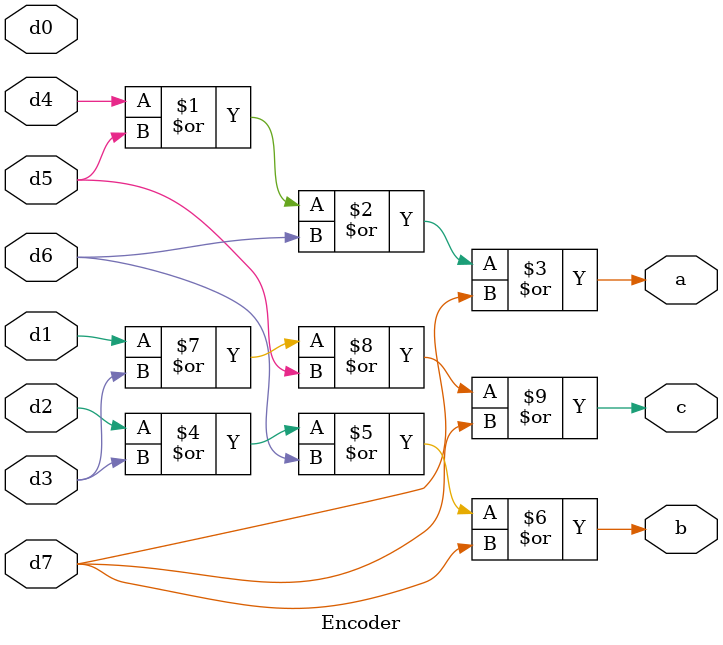
<source format=v>
module testbench;
reg d0,d1,d2,d3,d4,d5,d6,d7;
wire a,b,c;
Encoder EA1(.d0(d0),.d1(d1),.d2(d2),.d3(d3),.d4(d4),.d5(d5),.d6(d6),.d7(d7),.a(a),.b(b),.c(c));
initial
begin
d0=1'b1; d1=1'b0; d2=1'b0; d3=1'b0; d4=1'b0; d5=1'b0; d6=1'b0; d7=1'b0;
#1000 d0=1'b0; d1=1'b1; d2=1'b0; d3=1'b0; d4=1'b0; d5=1'b0; d6=1'b0; d7=1'b0;
#200  d0=1'b0; d1=1'b0; d2=1'b1; d3=1'b0; d4=1'b0; d5=1'b0; d6=1'b0; d7=1'b0;
#1000 d0=1'b0; d1=1'b0; d2=1'b0; d3=1'b1; d4=1'b0; d5=1'b0; d6=1'b0; d7=1'b0;
#1000  d0=1'b0; d1=1'b0; d2=1'b0; d3=1'b0; d4=1'b1; d5=1'b0; d6=1'b0; d7=1'b0;
#1000  d0=1'b0; d1=1'b0; d2=1'b0; d3=1'b0; d4=1'b0; d5=1'b1; d6=1'b0; d7=1'b0;
#1000 d0=1'b0; d1=1'b0; d2=1'b0; d3=1'b0; d4=1'b0; d5=1'b0; d6=1'b1; d7=1'b0;
#1000 d0=1'b0; d1=1'b0; d2=1'b0; d3=1'b0; d4=1'b0; d5=1'b0; d6=1'b0; d7=1'b1;
end
endmodule
module Encoder(d0,d1,d2,d3,d4,d5,d6,d7,a,b,c);
	input d0,d1,d2,d3,d4,d5,d6,d7;
	output a,b,c;
	or(a,d4,d5,d6,d7);
	or(b,d2,d3,d6,d7);
	or(c,d1,d3,d5,d7);
endmodule

</source>
